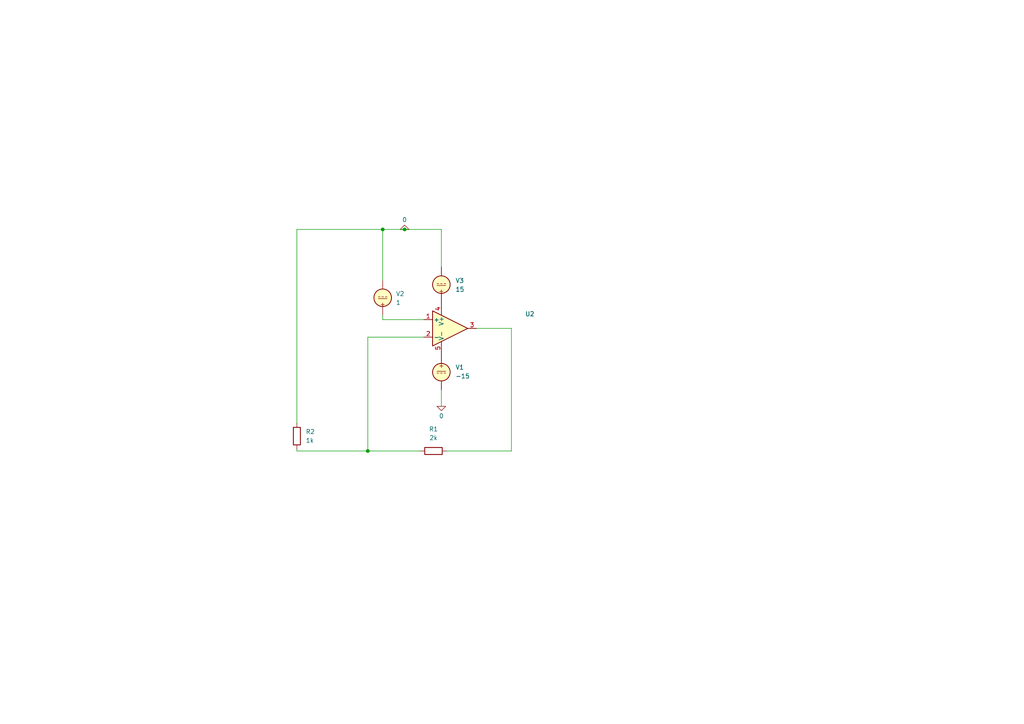
<source format=kicad_sch>
(kicad_sch (version 20230121) (generator eeschema)
  (paper "A4")
  (lib_symbols
    (symbol "Device:R" (pin_numbers hide) (pin_names (offset 0))
      (property "Reference" "R" (at 2.032 0 90))
      (property "Value" "R" (at 0 0 90))
      (symbol "R_0_1"
        (rectangle (start -1.016 -2.54) (end 1.016 2.54) (stroke (width 0.254)))
      )
      (symbol "R_1_1"
        (pin passive line (at 0 3.81 270) (length 1.27) (name "~") (number "1"))
        (pin passive line (at 0 -3.81 90) (length 1.27) (name "~") (number "2"))
      )
    )
    (symbol "Simulation_SPICE:0" (power) (pin_names (offset 0))
      (property "Value" "0" (at 0 -1.778 0))
      (symbol "0_0_1"
        (polyline (pts (xy -1.27 0) (xy 0 -1.27) (xy 1.27 0) (xy -1.27 0)))
      )
      (symbol "0_1_1"
        (pin power_in line (at 0 0 0) (length 0) hide (name "0") (number "1"))
      )
    )
    (symbol "Simulation_SPICE:OPAMP" (pin_names (offset 0.254))
      (property "Reference" "U" (at 3.81 3.175 0))
      (property "Value" "${SIM.PARAMS}" (at 3.81 -3.175 0))
      (symbol "OPAMP_0_1"
        (polyline (pts (xy 5.08 0) (xy -5.08 5.08) (xy -5.08 -5.08) (xy 5.08 0)) (stroke (width 0.254)) (fill (type background)))
      )
      (symbol "OPAMP_1_1"
        (pin input line (at -7.62 2.54 0) (length 2.54) (name "+") (number "1"))
        (pin input line (at -7.62 -2.54 0) (length 2.54) (name "-") (number "2"))
        (pin output line (at 7.62 0 180) (length 2.54) (name "~") (number "3"))
        (pin power_in line (at -2.54 7.62 270) (length 3.81) (name "V+") (number "4"))
        (pin power_in line (at -2.54 -7.62 90) (length 3.81) (name "V-") (number "5"))
      )
    )
    (symbol "Simulation_SPICE:VDC" (pin_numbers hide) (pin_names (offset 0.0254))
      (property "Reference" "V" (at 2.54 2.54 0))
      (property "Value" "1" (at 2.54 0 0))
      (symbol "VDC_0_0"
        (polyline (pts (xy -1.27 0.254) (xy 1.27 0.254)))
        (polyline (pts (xy -0.762 -0.254) (xy -1.27 -0.254)))
        (polyline (pts (xy 0.254 -0.254) (xy -0.254 -0.254)))
        (polyline (pts (xy 1.27 -0.254) (xy 0.762 -0.254)))
        (text "+" (at 0 1.905 0) (effects (font (size 1.27 1.27))))
      )
      (symbol "VDC_0_1"
        (circle (center 0 0) (radius 2.54) (stroke (width 0.254)) (fill (type background)))
      )
      (symbol "VDC_1_1"
        (pin passive line (at 0 5.08 270) (length 2.54) (name "~") (number "1"))
        (pin passive line (at 0 -5.08 90) (length 2.54) (name "~") (number "2"))
      )
    )
  )
  (junction (at 106.68 130.81))
  (junction (at 117.348 66.548))
  (junction (at 110.998 66.548))
  (wire (pts (xy 106.68 130.81) (xy 86.106 130.81)))
  (wire (pts (xy 86.106 130.81) (xy 86.106 130.302)))
  (wire (pts (xy 110.998 91.44) (xy 110.998 92.71)))
  (wire (pts (xy 121.92 130.81) (xy 106.68 130.81)))
  (wire (pts (xy 86.106 122.682) (xy 86.106 66.548)))
  (wire (pts (xy 110.998 66.548) (xy 117.348 66.548)))
  (wire (pts (xy 128.016 77.47) (xy 128.016 66.548)))
  (wire (pts (xy 128.016 66.548) (xy 117.348 66.548)))
  (wire (pts (xy 86.106 66.548) (xy 110.998 66.548)))
  (wire (pts (xy 122.936 97.79) (xy 106.68 97.79)))
  (wire (pts (xy 129.54 130.81) (xy 148.336 130.81)))
  (wire (pts (xy 128.016 113.03) (xy 128.016 117.856)))
  (wire (pts (xy 148.336 95.25) (xy 138.176 95.25)))
  (wire (pts (xy 106.68 97.79) (xy 106.68 130.81)))
  (wire (pts (xy 110.998 92.71) (xy 122.936 92.71)))
  (wire (pts (xy 110.998 66.548) (xy 110.998 81.28)))
  (wire (pts (xy 148.336 130.81) (xy 148.336 95.25)))
  (symbol (lib_id "Simulation_SPICE:VDC") (at 110.998 86.36 180) (unit 1)
    (property "Reference" "V2" (at 114.808 85.2198 0) (effects (justify right)))
    (property "Value" "1" (at 114.808 87.7598 0) (effects (justify right)))
    (property "Sim.Pins" "1=+ 2=-" (effects hide))
    (property "Sim.Type" "DC" (effects hide))
    (property "Sim.Device" "V" (effects hide))
  )
  (symbol (lib_id "Simulation_SPICE:VDC") (at 128.016 107.95 0) (unit 1)
    (property "Reference" "V1" (at 132.08 106.5502 0) (effects (justify left)))
    (property "Value" "-15" (at 132.08 109.0902 0) (effects (justify left)))
    (property "Sim.Pins" "1=+ 2=-" (effects hide))
    (property "Sim.Type" "DC" (effects hide))
    (property "Sim.Device" "V" (effects hide))
  )
  (symbol (lib_id "Simulation_SPICE:0") (at 117.348 66.548 180) (unit 1)
    (property "Reference" "#GND01" (effects hide))
    (property "Value" "0" (at 117.348 63.754 0))
  )
  (symbol (lib_id "Device:R") (at 86.106 126.492 0) (unit 1)
    (property "Reference" "R2" (at 88.646 125.222 0) (effects (justify left)))
    (property "Value" "1k" (at 88.646 127.762 0) (effects (justify left)))
  )
  (symbol (lib_id "Simulation_SPICE:OPAMP") (at 130.556 95.25 0) (unit 1)
    (property "Reference" "U2" (at 153.67 91.0591 0))
    (property "Value" "${SIM.PARAMS}" (at 153.67 93.5991 0))
    (property "Sim.Pins" "1=+IN 2=-IN 3=OUT" (effects hide))
    (property "Sim.Device" "SUBCKT" (effects hide))
    (property "Sim.Library" "/home/kodyrogers/Documents/Projects/kicad_simulations/op_amps/ideal_inverter/uopamp_v1.1.lib" (effects hide))
    (property "Sim.Name" "uopamp_lvl1" (effects hide))
  )
  (symbol (lib_id "Simulation_SPICE:VDC") (at 128.016 82.55 180) (unit 1)
    (property "Reference" "V3" (at 132.08 81.4098 0) (effects (justify right)))
    (property "Value" "15" (at 132.08 83.9498 0) (effects (justify right)))
    (property "Sim.Pins" "1=+ 2=-" (effects hide))
    (property "Sim.Type" "DC" (effects hide))
    (property "Sim.Device" "V" (effects hide))
  )
  (symbol (lib_id "Simulation_SPICE:0") (at 128.016 117.856 0) (unit 1)
    (property "Reference" "#GND02" (effects hide))
    (property "Value" "0" (at 128.016 120.65 0))
  )
  (symbol (lib_id "Device:R") (at 125.73 130.81 90) (unit 1)
    (property "Reference" "R1" (at 125.73 124.46 90))
    (property "Value" "2k" (at 125.73 127 90))
  )
)
</source>
